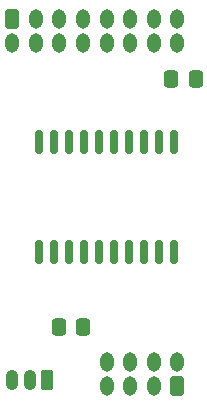
<source format=gbr>
%TF.GenerationSoftware,KiCad,Pcbnew,7.0.2*%
%TF.CreationDate,2023-05-24T14:34:07-04:00*%
%TF.ProjectId,mcumod-at6,6d63756d-6f64-42d6-9174-362e6b696361,rev?*%
%TF.SameCoordinates,Original*%
%TF.FileFunction,Soldermask,Top*%
%TF.FilePolarity,Negative*%
%FSLAX46Y46*%
G04 Gerber Fmt 4.6, Leading zero omitted, Abs format (unit mm)*
G04 Created by KiCad (PCBNEW 7.0.2) date 2023-05-24 14:34:07*
%MOMM*%
%LPD*%
G01*
G04 APERTURE LIST*
G04 Aperture macros list*
%AMRoundRect*
0 Rectangle with rounded corners*
0 $1 Rounding radius*
0 $2 $3 $4 $5 $6 $7 $8 $9 X,Y pos of 4 corners*
0 Add a 4 corners polygon primitive as box body*
4,1,4,$2,$3,$4,$5,$6,$7,$8,$9,$2,$3,0*
0 Add four circle primitives for the rounded corners*
1,1,$1+$1,$2,$3*
1,1,$1+$1,$4,$5*
1,1,$1+$1,$6,$7*
1,1,$1+$1,$8,$9*
0 Add four rect primitives between the rounded corners*
20,1,$1+$1,$2,$3,$4,$5,0*
20,1,$1+$1,$4,$5,$6,$7,0*
20,1,$1+$1,$6,$7,$8,$9,0*
20,1,$1+$1,$8,$9,$2,$3,0*%
G04 Aperture macros list end*
%ADD10RoundRect,0.150000X-0.150000X0.875000X-0.150000X-0.875000X0.150000X-0.875000X0.150000X0.875000X0*%
%ADD11O,1.200000X1.650000*%
%ADD12RoundRect,0.250000X0.350000X0.575000X-0.350000X0.575000X-0.350000X-0.575000X0.350000X-0.575000X0*%
%ADD13RoundRect,0.250000X0.265000X0.615000X-0.265000X0.615000X-0.265000X-0.615000X0.265000X-0.615000X0*%
%ADD14O,1.030000X1.730000*%
%ADD15RoundRect,0.250000X-0.350000X-0.575000X0.350000X-0.575000X0.350000X0.575000X-0.350000X0.575000X0*%
%ADD16RoundRect,0.250000X-0.337500X-0.475000X0.337500X-0.475000X0.337500X0.475000X-0.337500X0.475000X0*%
G04 APERTURE END LIST*
D10*
%TO.C,U1*%
X116715000Y-112350000D03*
X115445000Y-112350000D03*
X114175000Y-112350000D03*
X112905000Y-112350000D03*
X111635000Y-112350000D03*
X110365000Y-112350000D03*
X109095000Y-112350000D03*
X107825000Y-112350000D03*
X106555000Y-112350000D03*
X105285000Y-112350000D03*
X105285000Y-121650000D03*
X106555000Y-121650000D03*
X107825000Y-121650000D03*
X109095000Y-121650000D03*
X110365000Y-121650000D03*
X111635000Y-121650000D03*
X112905000Y-121650000D03*
X114175000Y-121650000D03*
X115445000Y-121650000D03*
X116715000Y-121650000D03*
%TD*%
D11*
%TO.C,J2*%
X111000000Y-131000000D03*
X111000000Y-133000000D03*
X113000000Y-131000000D03*
X113000000Y-133000000D03*
X115000000Y-131000000D03*
X115000000Y-133000000D03*
X117000000Y-131000000D03*
D12*
X117000000Y-133000000D03*
%TD*%
D13*
%TO.C,J3*%
X106000000Y-132500000D03*
D14*
X104500000Y-132500000D03*
X103000000Y-132500000D03*
%TD*%
D15*
%TO.C,J1*%
X103000000Y-102000000D03*
D11*
X103000000Y-104000000D03*
X105000000Y-102000000D03*
X105000000Y-104000000D03*
X107000000Y-102000000D03*
X107000000Y-104000000D03*
X109000000Y-102000000D03*
X109000000Y-104000000D03*
X111000000Y-102000000D03*
X111000000Y-104000000D03*
X113000000Y-102000000D03*
X113000000Y-104000000D03*
X115000000Y-102000000D03*
X115000000Y-104000000D03*
X117000000Y-102000000D03*
X117000000Y-104000000D03*
%TD*%
D16*
%TO.C,C3*%
X116462500Y-107000000D03*
X118537500Y-107000000D03*
%TD*%
%TO.C,C1*%
X106962500Y-128000000D03*
X109037500Y-128000000D03*
%TD*%
M02*

</source>
